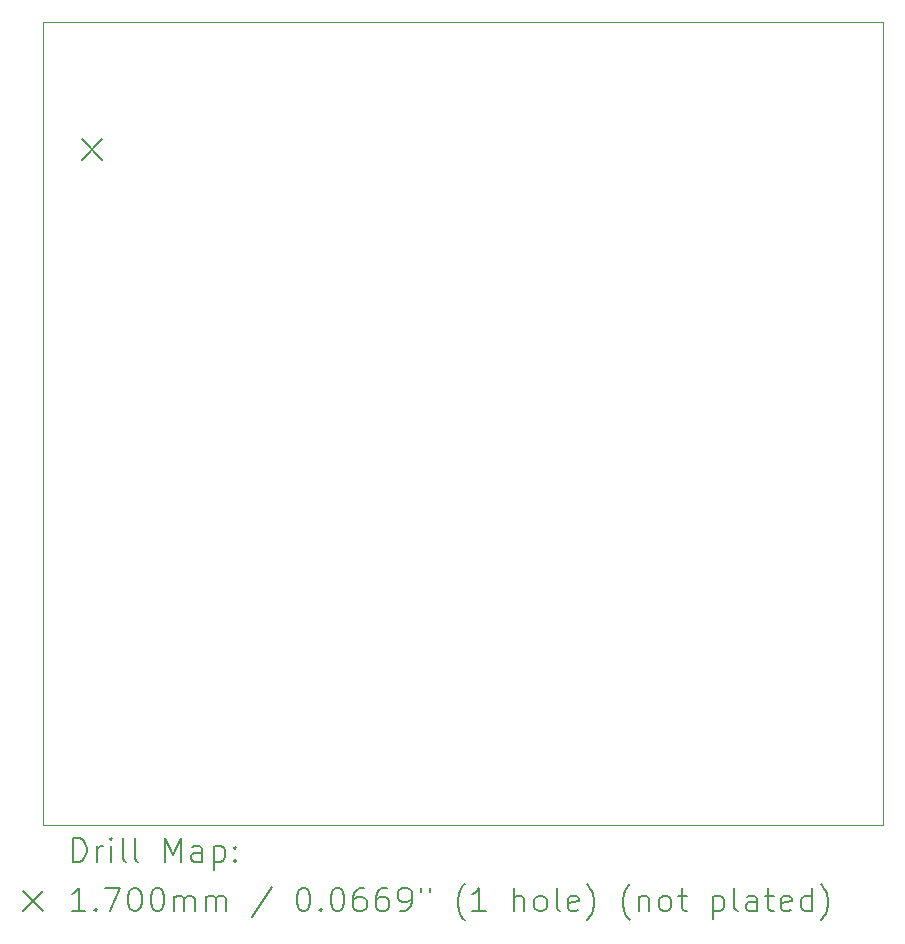
<source format=gbr>
%TF.GenerationSoftware,KiCad,Pcbnew,(6.0.9)*%
%TF.CreationDate,2024-06-02T20:06:49+02:00*%
%TF.ProjectId,Sombrero_MSX_Goa'uld_X,536f6d62-7265-4726-9f5f-4d53585f476f,rev?*%
%TF.SameCoordinates,Original*%
%TF.FileFunction,Drillmap*%
%TF.FilePolarity,Positive*%
%FSLAX45Y45*%
G04 Gerber Fmt 4.5, Leading zero omitted, Abs format (unit mm)*
G04 Created by KiCad (PCBNEW (6.0.9)) date 2024-06-02 20:06:49*
%MOMM*%
%LPD*%
G01*
G04 APERTURE LIST*
%ADD10C,0.050000*%
%ADD11C,0.200000*%
%ADD12C,0.170000*%
G04 APERTURE END LIST*
D10*
X10668000Y-7556500D02*
X17780000Y-7556500D01*
X17780000Y-7556500D02*
X17780000Y-14351000D01*
X17780000Y-14351000D02*
X10668000Y-14351000D01*
X10668000Y-14351000D02*
X10668000Y-7556500D01*
D11*
D12*
X10995000Y-8549000D02*
X11165000Y-8719000D01*
X11165000Y-8549000D02*
X10995000Y-8719000D01*
D11*
X10923119Y-14663976D02*
X10923119Y-14463976D01*
X10970738Y-14463976D01*
X10999310Y-14473500D01*
X11018357Y-14492548D01*
X11027881Y-14511595D01*
X11037405Y-14549690D01*
X11037405Y-14578262D01*
X11027881Y-14616357D01*
X11018357Y-14635405D01*
X10999310Y-14654452D01*
X10970738Y-14663976D01*
X10923119Y-14663976D01*
X11123119Y-14663976D02*
X11123119Y-14530643D01*
X11123119Y-14568738D02*
X11132643Y-14549690D01*
X11142167Y-14540167D01*
X11161214Y-14530643D01*
X11180262Y-14530643D01*
X11246928Y-14663976D02*
X11246928Y-14530643D01*
X11246928Y-14463976D02*
X11237405Y-14473500D01*
X11246928Y-14483024D01*
X11256452Y-14473500D01*
X11246928Y-14463976D01*
X11246928Y-14483024D01*
X11370738Y-14663976D02*
X11351690Y-14654452D01*
X11342167Y-14635405D01*
X11342167Y-14463976D01*
X11475500Y-14663976D02*
X11456452Y-14654452D01*
X11446928Y-14635405D01*
X11446928Y-14463976D01*
X11704071Y-14663976D02*
X11704071Y-14463976D01*
X11770738Y-14606833D01*
X11837405Y-14463976D01*
X11837405Y-14663976D01*
X12018357Y-14663976D02*
X12018357Y-14559214D01*
X12008833Y-14540167D01*
X11989786Y-14530643D01*
X11951690Y-14530643D01*
X11932643Y-14540167D01*
X12018357Y-14654452D02*
X11999309Y-14663976D01*
X11951690Y-14663976D01*
X11932643Y-14654452D01*
X11923119Y-14635405D01*
X11923119Y-14616357D01*
X11932643Y-14597309D01*
X11951690Y-14587786D01*
X11999309Y-14587786D01*
X12018357Y-14578262D01*
X12113595Y-14530643D02*
X12113595Y-14730643D01*
X12113595Y-14540167D02*
X12132643Y-14530643D01*
X12170738Y-14530643D01*
X12189786Y-14540167D01*
X12199309Y-14549690D01*
X12208833Y-14568738D01*
X12208833Y-14625881D01*
X12199309Y-14644928D01*
X12189786Y-14654452D01*
X12170738Y-14663976D01*
X12132643Y-14663976D01*
X12113595Y-14654452D01*
X12294548Y-14644928D02*
X12304071Y-14654452D01*
X12294548Y-14663976D01*
X12285024Y-14654452D01*
X12294548Y-14644928D01*
X12294548Y-14663976D01*
X12294548Y-14540167D02*
X12304071Y-14549690D01*
X12294548Y-14559214D01*
X12285024Y-14549690D01*
X12294548Y-14540167D01*
X12294548Y-14559214D01*
D12*
X10495500Y-14908500D02*
X10665500Y-15078500D01*
X10665500Y-14908500D02*
X10495500Y-15078500D01*
D11*
X11027881Y-15083976D02*
X10913595Y-15083976D01*
X10970738Y-15083976D02*
X10970738Y-14883976D01*
X10951690Y-14912548D01*
X10932643Y-14931595D01*
X10913595Y-14941119D01*
X11113595Y-15064928D02*
X11123119Y-15074452D01*
X11113595Y-15083976D01*
X11104071Y-15074452D01*
X11113595Y-15064928D01*
X11113595Y-15083976D01*
X11189786Y-14883976D02*
X11323119Y-14883976D01*
X11237405Y-15083976D01*
X11437405Y-14883976D02*
X11456452Y-14883976D01*
X11475500Y-14893500D01*
X11485024Y-14903024D01*
X11494548Y-14922071D01*
X11504071Y-14960167D01*
X11504071Y-15007786D01*
X11494548Y-15045881D01*
X11485024Y-15064928D01*
X11475500Y-15074452D01*
X11456452Y-15083976D01*
X11437405Y-15083976D01*
X11418357Y-15074452D01*
X11408833Y-15064928D01*
X11399309Y-15045881D01*
X11389786Y-15007786D01*
X11389786Y-14960167D01*
X11399309Y-14922071D01*
X11408833Y-14903024D01*
X11418357Y-14893500D01*
X11437405Y-14883976D01*
X11627881Y-14883976D02*
X11646928Y-14883976D01*
X11665976Y-14893500D01*
X11675500Y-14903024D01*
X11685024Y-14922071D01*
X11694548Y-14960167D01*
X11694548Y-15007786D01*
X11685024Y-15045881D01*
X11675500Y-15064928D01*
X11665976Y-15074452D01*
X11646928Y-15083976D01*
X11627881Y-15083976D01*
X11608833Y-15074452D01*
X11599309Y-15064928D01*
X11589786Y-15045881D01*
X11580262Y-15007786D01*
X11580262Y-14960167D01*
X11589786Y-14922071D01*
X11599309Y-14903024D01*
X11608833Y-14893500D01*
X11627881Y-14883976D01*
X11780262Y-15083976D02*
X11780262Y-14950643D01*
X11780262Y-14969690D02*
X11789786Y-14960167D01*
X11808833Y-14950643D01*
X11837405Y-14950643D01*
X11856452Y-14960167D01*
X11865976Y-14979214D01*
X11865976Y-15083976D01*
X11865976Y-14979214D02*
X11875500Y-14960167D01*
X11894548Y-14950643D01*
X11923119Y-14950643D01*
X11942167Y-14960167D01*
X11951690Y-14979214D01*
X11951690Y-15083976D01*
X12046928Y-15083976D02*
X12046928Y-14950643D01*
X12046928Y-14969690D02*
X12056452Y-14960167D01*
X12075500Y-14950643D01*
X12104071Y-14950643D01*
X12123119Y-14960167D01*
X12132643Y-14979214D01*
X12132643Y-15083976D01*
X12132643Y-14979214D02*
X12142167Y-14960167D01*
X12161214Y-14950643D01*
X12189786Y-14950643D01*
X12208833Y-14960167D01*
X12218357Y-14979214D01*
X12218357Y-15083976D01*
X12608833Y-14874452D02*
X12437405Y-15131595D01*
X12865976Y-14883976D02*
X12885024Y-14883976D01*
X12904071Y-14893500D01*
X12913595Y-14903024D01*
X12923119Y-14922071D01*
X12932643Y-14960167D01*
X12932643Y-15007786D01*
X12923119Y-15045881D01*
X12913595Y-15064928D01*
X12904071Y-15074452D01*
X12885024Y-15083976D01*
X12865976Y-15083976D01*
X12846928Y-15074452D01*
X12837405Y-15064928D01*
X12827881Y-15045881D01*
X12818357Y-15007786D01*
X12818357Y-14960167D01*
X12827881Y-14922071D01*
X12837405Y-14903024D01*
X12846928Y-14893500D01*
X12865976Y-14883976D01*
X13018357Y-15064928D02*
X13027881Y-15074452D01*
X13018357Y-15083976D01*
X13008833Y-15074452D01*
X13018357Y-15064928D01*
X13018357Y-15083976D01*
X13151690Y-14883976D02*
X13170738Y-14883976D01*
X13189786Y-14893500D01*
X13199309Y-14903024D01*
X13208833Y-14922071D01*
X13218357Y-14960167D01*
X13218357Y-15007786D01*
X13208833Y-15045881D01*
X13199309Y-15064928D01*
X13189786Y-15074452D01*
X13170738Y-15083976D01*
X13151690Y-15083976D01*
X13132643Y-15074452D01*
X13123119Y-15064928D01*
X13113595Y-15045881D01*
X13104071Y-15007786D01*
X13104071Y-14960167D01*
X13113595Y-14922071D01*
X13123119Y-14903024D01*
X13132643Y-14893500D01*
X13151690Y-14883976D01*
X13389786Y-14883976D02*
X13351690Y-14883976D01*
X13332643Y-14893500D01*
X13323119Y-14903024D01*
X13304071Y-14931595D01*
X13294548Y-14969690D01*
X13294548Y-15045881D01*
X13304071Y-15064928D01*
X13313595Y-15074452D01*
X13332643Y-15083976D01*
X13370738Y-15083976D01*
X13389786Y-15074452D01*
X13399309Y-15064928D01*
X13408833Y-15045881D01*
X13408833Y-14998262D01*
X13399309Y-14979214D01*
X13389786Y-14969690D01*
X13370738Y-14960167D01*
X13332643Y-14960167D01*
X13313595Y-14969690D01*
X13304071Y-14979214D01*
X13294548Y-14998262D01*
X13580262Y-14883976D02*
X13542167Y-14883976D01*
X13523119Y-14893500D01*
X13513595Y-14903024D01*
X13494548Y-14931595D01*
X13485024Y-14969690D01*
X13485024Y-15045881D01*
X13494548Y-15064928D01*
X13504071Y-15074452D01*
X13523119Y-15083976D01*
X13561214Y-15083976D01*
X13580262Y-15074452D01*
X13589786Y-15064928D01*
X13599309Y-15045881D01*
X13599309Y-14998262D01*
X13589786Y-14979214D01*
X13580262Y-14969690D01*
X13561214Y-14960167D01*
X13523119Y-14960167D01*
X13504071Y-14969690D01*
X13494548Y-14979214D01*
X13485024Y-14998262D01*
X13694548Y-15083976D02*
X13732643Y-15083976D01*
X13751690Y-15074452D01*
X13761214Y-15064928D01*
X13780262Y-15036357D01*
X13789786Y-14998262D01*
X13789786Y-14922071D01*
X13780262Y-14903024D01*
X13770738Y-14893500D01*
X13751690Y-14883976D01*
X13713595Y-14883976D01*
X13694548Y-14893500D01*
X13685024Y-14903024D01*
X13675500Y-14922071D01*
X13675500Y-14969690D01*
X13685024Y-14988738D01*
X13694548Y-14998262D01*
X13713595Y-15007786D01*
X13751690Y-15007786D01*
X13770738Y-14998262D01*
X13780262Y-14988738D01*
X13789786Y-14969690D01*
X13865976Y-14883976D02*
X13865976Y-14922071D01*
X13942167Y-14883976D02*
X13942167Y-14922071D01*
X14237405Y-15160167D02*
X14227881Y-15150643D01*
X14208833Y-15122071D01*
X14199309Y-15103024D01*
X14189786Y-15074452D01*
X14180262Y-15026833D01*
X14180262Y-14988738D01*
X14189786Y-14941119D01*
X14199309Y-14912548D01*
X14208833Y-14893500D01*
X14227881Y-14864928D01*
X14237405Y-14855405D01*
X14418357Y-15083976D02*
X14304071Y-15083976D01*
X14361214Y-15083976D02*
X14361214Y-14883976D01*
X14342167Y-14912548D01*
X14323119Y-14931595D01*
X14304071Y-14941119D01*
X14656452Y-15083976D02*
X14656452Y-14883976D01*
X14742167Y-15083976D02*
X14742167Y-14979214D01*
X14732643Y-14960167D01*
X14713595Y-14950643D01*
X14685024Y-14950643D01*
X14665976Y-14960167D01*
X14656452Y-14969690D01*
X14865976Y-15083976D02*
X14846928Y-15074452D01*
X14837405Y-15064928D01*
X14827881Y-15045881D01*
X14827881Y-14988738D01*
X14837405Y-14969690D01*
X14846928Y-14960167D01*
X14865976Y-14950643D01*
X14894548Y-14950643D01*
X14913595Y-14960167D01*
X14923119Y-14969690D01*
X14932643Y-14988738D01*
X14932643Y-15045881D01*
X14923119Y-15064928D01*
X14913595Y-15074452D01*
X14894548Y-15083976D01*
X14865976Y-15083976D01*
X15046928Y-15083976D02*
X15027881Y-15074452D01*
X15018357Y-15055405D01*
X15018357Y-14883976D01*
X15199309Y-15074452D02*
X15180262Y-15083976D01*
X15142167Y-15083976D01*
X15123119Y-15074452D01*
X15113595Y-15055405D01*
X15113595Y-14979214D01*
X15123119Y-14960167D01*
X15142167Y-14950643D01*
X15180262Y-14950643D01*
X15199309Y-14960167D01*
X15208833Y-14979214D01*
X15208833Y-14998262D01*
X15113595Y-15017309D01*
X15275500Y-15160167D02*
X15285024Y-15150643D01*
X15304071Y-15122071D01*
X15313595Y-15103024D01*
X15323119Y-15074452D01*
X15332643Y-15026833D01*
X15332643Y-14988738D01*
X15323119Y-14941119D01*
X15313595Y-14912548D01*
X15304071Y-14893500D01*
X15285024Y-14864928D01*
X15275500Y-14855405D01*
X15637405Y-15160167D02*
X15627881Y-15150643D01*
X15608833Y-15122071D01*
X15599309Y-15103024D01*
X15589786Y-15074452D01*
X15580262Y-15026833D01*
X15580262Y-14988738D01*
X15589786Y-14941119D01*
X15599309Y-14912548D01*
X15608833Y-14893500D01*
X15627881Y-14864928D01*
X15637405Y-14855405D01*
X15713595Y-14950643D02*
X15713595Y-15083976D01*
X15713595Y-14969690D02*
X15723119Y-14960167D01*
X15742167Y-14950643D01*
X15770738Y-14950643D01*
X15789786Y-14960167D01*
X15799309Y-14979214D01*
X15799309Y-15083976D01*
X15923119Y-15083976D02*
X15904071Y-15074452D01*
X15894548Y-15064928D01*
X15885024Y-15045881D01*
X15885024Y-14988738D01*
X15894548Y-14969690D01*
X15904071Y-14960167D01*
X15923119Y-14950643D01*
X15951690Y-14950643D01*
X15970738Y-14960167D01*
X15980262Y-14969690D01*
X15989786Y-14988738D01*
X15989786Y-15045881D01*
X15980262Y-15064928D01*
X15970738Y-15074452D01*
X15951690Y-15083976D01*
X15923119Y-15083976D01*
X16046928Y-14950643D02*
X16123119Y-14950643D01*
X16075500Y-14883976D02*
X16075500Y-15055405D01*
X16085024Y-15074452D01*
X16104071Y-15083976D01*
X16123119Y-15083976D01*
X16342167Y-14950643D02*
X16342167Y-15150643D01*
X16342167Y-14960167D02*
X16361214Y-14950643D01*
X16399309Y-14950643D01*
X16418357Y-14960167D01*
X16427881Y-14969690D01*
X16437405Y-14988738D01*
X16437405Y-15045881D01*
X16427881Y-15064928D01*
X16418357Y-15074452D01*
X16399309Y-15083976D01*
X16361214Y-15083976D01*
X16342167Y-15074452D01*
X16551690Y-15083976D02*
X16532643Y-15074452D01*
X16523119Y-15055405D01*
X16523119Y-14883976D01*
X16713595Y-15083976D02*
X16713595Y-14979214D01*
X16704071Y-14960167D01*
X16685024Y-14950643D01*
X16646928Y-14950643D01*
X16627881Y-14960167D01*
X16713595Y-15074452D02*
X16694548Y-15083976D01*
X16646928Y-15083976D01*
X16627881Y-15074452D01*
X16618357Y-15055405D01*
X16618357Y-15036357D01*
X16627881Y-15017309D01*
X16646928Y-15007786D01*
X16694548Y-15007786D01*
X16713595Y-14998262D01*
X16780262Y-14950643D02*
X16856452Y-14950643D01*
X16808833Y-14883976D02*
X16808833Y-15055405D01*
X16818357Y-15074452D01*
X16837405Y-15083976D01*
X16856452Y-15083976D01*
X16999310Y-15074452D02*
X16980262Y-15083976D01*
X16942167Y-15083976D01*
X16923119Y-15074452D01*
X16913595Y-15055405D01*
X16913595Y-14979214D01*
X16923119Y-14960167D01*
X16942167Y-14950643D01*
X16980262Y-14950643D01*
X16999310Y-14960167D01*
X17008833Y-14979214D01*
X17008833Y-14998262D01*
X16913595Y-15017309D01*
X17180262Y-15083976D02*
X17180262Y-14883976D01*
X17180262Y-15074452D02*
X17161214Y-15083976D01*
X17123119Y-15083976D01*
X17104071Y-15074452D01*
X17094548Y-15064928D01*
X17085024Y-15045881D01*
X17085024Y-14988738D01*
X17094548Y-14969690D01*
X17104071Y-14960167D01*
X17123119Y-14950643D01*
X17161214Y-14950643D01*
X17180262Y-14960167D01*
X17256452Y-15160167D02*
X17265976Y-15150643D01*
X17285024Y-15122071D01*
X17294548Y-15103024D01*
X17304071Y-15074452D01*
X17313595Y-15026833D01*
X17313595Y-14988738D01*
X17304071Y-14941119D01*
X17294548Y-14912548D01*
X17285024Y-14893500D01*
X17265976Y-14864928D01*
X17256452Y-14855405D01*
M02*

</source>
